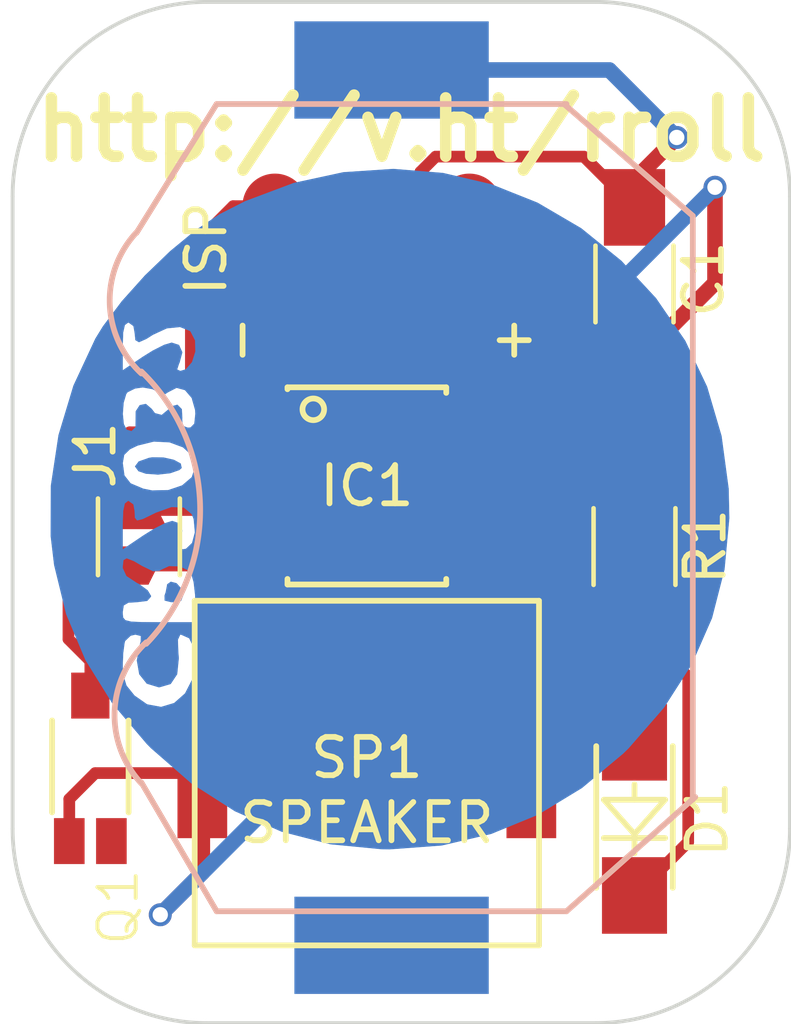
<source format=kicad_pcb>
(kicad_pcb (version 4) (host pcbnew 4.0.7)

  (general
    (links 20)
    (no_connects 1)
    (area 206.578999 86.817999 226.999001 113.588001)
    (thickness 1.6)
    (drawings 9)
    (tracks 84)
    (zones 0)
    (modules 10)
    (nets 10)
  )

  (page USLetter)
  (layers
    (0 F.Cu signal)
    (31 B.Cu signal)
    (32 B.Adhes user)
    (33 F.Adhes user)
    (34 B.Paste user hide)
    (35 F.Paste user hide)
    (36 B.SilkS user)
    (37 F.SilkS user)
    (38 B.Mask user)
    (39 F.Mask user)
    (40 Dwgs.User user)
    (41 Cmts.User user)
    (42 Eco1.User user)
    (43 Eco2.User user)
    (44 Edge.Cuts user)
    (45 Margin user)
    (46 B.CrtYd user)
    (47 F.CrtYd user)
    (48 B.Fab user)
    (49 F.Fab user)
  )

  (setup
    (last_trace_width 0.4064)
    (user_trace_width 0.254)
    (user_trace_width 0.3048)
    (user_trace_width 0.4064)
    (user_trace_width 0.6096)
    (trace_clearance 0.2)
    (zone_clearance 0.508)
    (zone_45_only no)
    (trace_min 0.2)
    (segment_width 0.2)
    (edge_width 0.1)
    (via_size 0.6)
    (via_drill 0.4)
    (via_min_size 0.4)
    (via_min_drill 0.3)
    (uvia_size 0.3)
    (uvia_drill 0.1)
    (uvias_allowed no)
    (uvia_min_size 0.2)
    (uvia_min_drill 0.1)
    (pcb_text_width 0.3)
    (pcb_text_size 1.27 1.27)
    (mod_edge_width 0.15)
    (mod_text_size 1.016 1.016)
    (mod_text_width 0.127)
    (pad_size 2 2)
    (pad_drill 1.00076)
    (pad_to_mask_clearance 0)
    (aux_axis_origin 111.76 109.855)
    (grid_origin 0.889 0.508)
    (visible_elements 7FFF7FFF)
    (pcbplotparams
      (layerselection 0x010f0_80000001)
      (usegerberextensions true)
      (excludeedgelayer true)
      (linewidth 0.100000)
      (plotframeref false)
      (viasonmask false)
      (mode 1)
      (useauxorigin false)
      (hpglpennumber 1)
      (hpglpenspeed 20)
      (hpglpendiameter 15)
      (hpglpenoverlay 2)
      (psnegative false)
      (psa4output false)
      (plotreference true)
      (plotvalue true)
      (plotinvisibletext false)
      (padsonsilk false)
      (subtractmaskfromsilk false)
      (outputformat 1)
      (mirror false)
      (drillshape 0)
      (scaleselection 1)
      (outputdirectory gerbers/))
  )

  (net 0 "")
  (net 1 GND)
  (net 2 +BATT)
  (net 3 "Net-(IC1-Pad2)")
  (net 4 "Net-(CON1-Pad5)")
  (net 5 "Net-(CON1-Pad4)")
  (net 6 "Net-(CON1-Pad1)")
  (net 7 "Net-(CON1-Pad3)")
  (net 8 "Net-(D1-Pad1)")
  (net 9 "Net-(IC1-Pad3)")

  (net_class Default "This is the default net class."
    (clearance 0.2)
    (trace_width 0.25)
    (via_dia 0.6)
    (via_drill 0.4)
    (uvia_dia 0.3)
    (uvia_drill 0.1)
    (add_net +BATT)
    (add_net GND)
    (add_net "Net-(CON1-Pad1)")
    (add_net "Net-(CON1-Pad3)")
    (add_net "Net-(CON1-Pad4)")
    (add_net "Net-(CON1-Pad5)")
    (add_net "Net-(D1-Pad1)")
    (add_net "Net-(IC1-Pad2)")
    (add_net "Net-(IC1-Pad3)")
  )

  (module myFootPrints:CR2032 (layer B.Cu) (tedit 5A7D35AF) (tstamp 5A7D316B)
    (at 216.489 100.108 90)
    (fp_text reference G*** (at 0 0 90) (layer B.SilkS) hide
      (effects (font (thickness 0.3)) (justify mirror))
    )
    (fp_text value LOGO (at 0.75 0 90) (layer B.SilkS) hide
      (effects (font (thickness 0.3)) (justify mirror))
    )
    (fp_poly (pts (xy 0.529166 8.85382) (xy 1.902863 8.668668) (xy 3.189751 8.290481) (xy 4.389287 7.719517)
      (xy 5.500925 6.956031) (xy 6.475379 6.052302) (xy 7.325326 5.003216) (xy 7.992626 3.863128)
      (xy 8.474981 2.651835) (xy 8.770094 1.389133) (xy 8.875666 0.094819) (xy 8.789403 -1.21131)
      (xy 8.509005 -2.509456) (xy 8.032176 -3.779824) (xy 7.693492 -4.445) (xy 7.280236 -5.06961)
      (xy 6.729544 -5.738337) (xy 6.092852 -6.399745) (xy 5.421595 -7.002396) (xy 4.76721 -7.494857)
      (xy 4.445 -7.693492) (xy 3.216806 -8.266893) (xy 1.926009 -8.656477) (xy 0.604921 -8.856352)
      (xy -0.714143 -8.860622) (xy -1.46432 -8.771353) (xy -2.748351 -8.456619) (xy -3.949489 -7.951323)
      (xy -5.075532 -7.25134) (xy -6.134279 -6.352546) (xy -6.244167 -6.244166) (xy -6.475204 -5.978728)
      (xy -5.175279 -5.978728) (xy -5.107571 -6.345006) (xy -4.876475 -6.675641) (xy -4.614935 -6.886051)
      (xy -4.32907 -6.973364) (xy -4.091381 -6.985) (xy -3.761701 -6.971203) (xy -3.504265 -6.936604)
      (xy -3.44824 -6.92076) (xy -3.308629 -6.773847) (xy -3.280834 -6.649045) (xy -3.316879 -6.504657)
      (xy -3.463358 -6.506603) (xy -3.518959 -6.524675) (xy -3.958635 -6.609239) (xy -4.317933 -6.546262)
      (xy -4.562129 -6.35105) (xy -4.656499 -6.038904) (xy -4.656667 -6.023264) (xy -4.570976 -5.729661)
      (xy -4.316968 -5.560607) (xy -3.899244 -5.518577) (xy -3.741587 -5.531232) (xy -3.41795 -5.542901)
      (xy -3.285239 -5.481924) (xy -3.280834 -5.458583) (xy -3.376041 -5.242161) (xy -3.642846 -5.111708)
      (xy -3.942256 -5.08) (xy -2.963334 -5.08) (xy -2.963334 -6.0325) (xy -2.961227 -6.483396)
      (xy -2.947364 -6.763358) (xy -2.91043 -6.913117) (xy -2.839111 -6.973405) (xy -2.722092 -6.984953)
      (xy -2.69875 -6.985) (xy -2.519824 -6.957324) (xy -2.446574 -6.832785) (xy -2.434167 -6.614583)
      (xy -2.400378 -6.341818) (xy -2.291588 -6.245154) (xy -2.273705 -6.244166) (xy -2.128686 -6.331673)
      (xy -1.970651 -6.548573) (xy -1.936603 -6.614583) (xy -1.757234 -6.887506) (xy -1.548427 -6.983668)
      (xy -1.514982 -6.985) (xy -1.063957 -6.985) (xy -0.426146 -6.985) (xy -0.056506 -6.972903)
      (xy 0.14235 -6.93) (xy 0.210271 -6.846373) (xy 0.211666 -6.82625) (xy 0.119665 -6.698571)
      (xy -0.052917 -6.6675) (xy -0.229629 -6.659108) (xy -0.297803 -6.603873) (xy -0.261116 -6.456703)
      (xy -0.142639 -6.212476) (xy 0.477678 -6.212476) (xy 0.525814 -6.448392) (xy 0.66459 -6.776342)
      (xy 0.872447 -6.93924) (xy 1.196025 -6.983379) (xy 1.411645 -6.945626) (xy 1.559933 -6.792837)
      (xy 1.581063 -6.749003) (xy 2.027688 -6.749003) (xy 2.06375 -6.879166) (xy 2.214553 -6.955707)
      (xy 2.480732 -6.982151) (xy 2.772488 -6.96043) (xy 3.000026 -6.892475) (xy 3.048 -6.858)
      (xy 3.145794 -6.660098) (xy 3.175 -6.455833) (xy 3.128797 -6.197741) (xy 3.048 -6.053666)
      (xy 2.975493 -5.909649) (xy 3.048 -5.799666) (xy 3.164186 -5.573416) (xy 3.13732 -5.475306)
      (xy 3.598333 -5.475306) (xy 3.638892 -5.562149) (xy 3.792566 -5.512406) (xy 3.818269 -5.498907)
      (xy 4.088777 -5.426417) (xy 4.278294 -5.511678) (xy 4.339166 -5.701043) (xy 4.282309 -5.894964)
      (xy 4.134966 -6.188075) (xy 3.975906 -6.445198) (xy 3.612647 -6.985) (xy 4.24049 -6.985)
      (xy 4.606846 -6.97256) (xy 4.802523 -6.928518) (xy 4.867413 -6.842786) (xy 4.868333 -6.82625)
      (xy 4.776332 -6.698571) (xy 4.60375 -6.6675) (xy 4.40812 -6.64607) (xy 4.355891 -6.556556)
      (xy 4.44286 -6.361119) (xy 4.550833 -6.19125) (xy 4.717492 -5.829442) (xy 4.752629 -5.484523)
      (xy 4.650518 -5.223068) (xy 4.635499 -5.206999) (xy 4.399589 -5.086128) (xy 4.107433 -5.078958)
      (xy 3.830691 -5.166954) (xy 3.64102 -5.331577) (xy 3.598333 -5.475306) (xy 3.13732 -5.475306)
      (xy 3.103544 -5.351965) (xy 2.897911 -5.175618) (xy 2.579125 -5.084681) (xy 2.479523 -5.08)
      (xy 2.224608 -5.106651) (xy 2.124817 -5.205403) (xy 2.116666 -5.27699) (xy 2.166606 -5.419176)
      (xy 2.349542 -5.429298) (xy 2.368844 -5.425774) (xy 2.60296 -5.439404) (xy 2.717374 -5.551861)
      (xy 2.674298 -5.70913) (xy 2.609085 -5.769181) (xy 2.449488 -5.961509) (xy 2.49754 -6.141002)
      (xy 2.609267 -6.225806) (xy 2.738823 -6.376379) (xy 2.706165 -6.535463) (xy 2.547586 -6.638091)
      (xy 2.377407 -6.640862) (xy 2.132137 -6.643492) (xy 2.027688 -6.749003) (xy 1.581063 -6.749003)
      (xy 1.656188 -6.59316) (xy 1.76144 -6.166758) (xy 1.740146 -5.754071) (xy 1.609668 -5.403309)
      (xy 1.387367 -5.162685) (xy 1.11125 -5.08) (xy 0.824949 -5.174719) (xy 0.610264 -5.426957)
      (xy 0.48768 -5.788835) (xy 0.477678 -6.212476) (xy -0.142639 -6.212476) (xy -0.123248 -6.172506)
      (xy -0.097435 -6.121869) (xy 0.052257 -5.70575) (xy 0.038469 -5.38306) (xy -0.135298 -5.17451)
      (xy -0.266196 -5.123055) (xy -0.61414 -5.091501) (xy -0.892669 -5.166099) (xy -1.045177 -5.326829)
      (xy -1.058334 -5.403239) (xy -1.031735 -5.549179) (xy -0.91293 -5.536367) (xy -0.838397 -5.498907)
      (xy -0.570438 -5.426829) (xy -0.379485 -5.50678) (xy -0.3175 -5.686632) (xy -0.374158 -5.871061)
      (xy -0.521387 -6.158521) (xy -0.690729 -6.430787) (xy -1.063957 -6.985) (xy -1.514982 -6.985)
      (xy -1.336362 -6.964922) (xy -1.285966 -6.878521) (xy -1.361827 -6.686545) (xy -1.4891 -6.468162)
      (xy -1.624568 -6.18825) (xy -1.613142 -6.019805) (xy -1.594538 -5.997203) (xy -1.48965 -5.769405)
      (xy -1.498973 -5.486214) (xy -1.610833 -5.250286) (xy -1.686376 -5.189556) (xy -1.910482 -5.125032)
      (xy -2.246813 -5.085665) (xy -2.42721 -5.08) (xy -2.963334 -5.08) (xy -3.942256 -5.08)
      (xy -4.436955 -5.152881) (xy -4.820403 -5.349244) (xy -5.073034 -5.635667) (xy -5.175279 -5.978728)
      (xy -6.475204 -5.978728) (xy -7.167243 -5.183646) (xy -7.894615 -4.04542) (xy -8.424655 -2.833331)
      (xy -8.755735 -1.551224) (xy -8.886228 -0.202944) (xy -8.888402 0) (xy -8.787446 1.357657)
      (xy -8.485663 2.649703) (xy -7.984683 3.872294) (xy -7.286131 5.021587) (xy -6.391638 6.093737)
      (xy -6.244167 6.244167) (xy -5.184393 7.16806) (xy -4.052135 7.893562) (xy -2.849561 8.419839)
      (xy -1.578839 8.746055) (xy -0.242137 8.871374) (xy 0.529166 8.85382)) (layer B.Cu) (width 0.01))
    (fp_poly (pts (xy -2.072406 -5.461739) (xy -1.944793 -5.57438) (xy -1.905203 -5.723596) (xy -1.971712 -5.816965)
      (xy -2.002178 -5.820833) (xy -2.17954 -5.855743) (xy -2.266761 -5.885072) (xy -2.392527 -5.881477)
      (xy -2.433633 -5.712048) (xy -2.434167 -5.673406) (xy -2.399641 -5.457224) (xy -2.267177 -5.405672)
      (xy -2.072406 -5.461739)) (layer B.Cu) (width 0.01))
    (fp_poly (pts (xy 1.182838 -5.467806) (xy 1.278343 -5.643354) (xy 1.338216 -5.908497) (xy 1.343637 -6.202206)
      (xy 1.331418 -6.288984) (xy 1.235698 -6.56246) (xy 1.108309 -6.657847) (xy 0.986364 -6.567225)
      (xy 0.921591 -6.376458) (xy 0.898484 -6.057888) (xy 0.934589 -5.738679) (xy 1.016466 -5.503088)
      (xy 1.070519 -5.442884) (xy 1.182838 -5.467806)) (layer B.Cu) (width 0.01))
    (fp_poly (pts (xy 0.529166 8.85382) (xy 1.902863 8.668668) (xy 3.189751 8.290481) (xy 4.389287 7.719517)
      (xy 5.500925 6.956031) (xy 6.475379 6.052302) (xy 7.325326 5.003216) (xy 7.992626 3.863128)
      (xy 8.474981 2.651835) (xy 8.770094 1.389133) (xy 8.875666 0.094819) (xy 8.789403 -1.21131)
      (xy 8.509005 -2.509456) (xy 8.032176 -3.779824) (xy 7.693492 -4.445) (xy 7.280236 -5.06961)
      (xy 6.729544 -5.738337) (xy 6.092852 -6.399745) (xy 5.421595 -7.002396) (xy 4.76721 -7.494857)
      (xy 4.445 -7.693492) (xy 3.216806 -8.266893) (xy 1.926009 -8.656477) (xy 0.604921 -8.856352)
      (xy -0.714143 -8.860622) (xy -1.46432 -8.771353) (xy -2.748351 -8.456619) (xy -3.949489 -7.951323)
      (xy -5.075532 -7.25134) (xy -6.134279 -6.352546) (xy -6.244167 -6.244166) (xy -6.475204 -5.978728)
      (xy -5.175279 -5.978728) (xy -5.107571 -6.345006) (xy -4.876475 -6.675641) (xy -4.614935 -6.886051)
      (xy -4.32907 -6.973364) (xy -4.091381 -6.985) (xy -3.761701 -6.971203) (xy -3.504265 -6.936604)
      (xy -3.44824 -6.92076) (xy -3.308629 -6.773847) (xy -3.280834 -6.649045) (xy -3.316879 -6.504657)
      (xy -3.463358 -6.506603) (xy -3.518959 -6.524675) (xy -3.958635 -6.609239) (xy -4.317933 -6.546262)
      (xy -4.562129 -6.35105) (xy -4.656499 -6.038904) (xy -4.656667 -6.023264) (xy -4.570976 -5.729661)
      (xy -4.316968 -5.560607) (xy -3.899244 -5.518577) (xy -3.741587 -5.531232) (xy -3.41795 -5.542901)
      (xy -3.285239 -5.481924) (xy -3.280834 -5.458583) (xy -3.376041 -5.242161) (xy -3.642846 -5.111708)
      (xy -3.942256 -5.08) (xy -2.963334 -5.08) (xy -2.963334 -6.0325) (xy -2.961227 -6.483396)
      (xy -2.947364 -6.763358) (xy -2.91043 -6.913117) (xy -2.839111 -6.973405) (xy -2.722092 -6.984953)
      (xy -2.69875 -6.985) (xy -2.519824 -6.957324) (xy -2.446574 -6.832785) (xy -2.434167 -6.614583)
      (xy -2.400378 -6.341818) (xy -2.291588 -6.245154) (xy -2.273705 -6.244166) (xy -2.128686 -6.331673)
      (xy -1.970651 -6.548573) (xy -1.936603 -6.614583) (xy -1.757234 -6.887506) (xy -1.548427 -6.983668)
      (xy -1.514982 -6.985) (xy -1.063957 -6.985) (xy -0.426146 -6.985) (xy -0.056506 -6.972903)
      (xy 0.14235 -6.93) (xy 0.210271 -6.846373) (xy 0.211666 -6.82625) (xy 0.119665 -6.698571)
      (xy -0.052917 -6.6675) (xy -0.229629 -6.659108) (xy -0.297803 -6.603873) (xy -0.261116 -6.456703)
      (xy -0.142639 -6.212476) (xy 0.477678 -6.212476) (xy 0.525814 -6.448392) (xy 0.66459 -6.776342)
      (xy 0.872447 -6.93924) (xy 1.196025 -6.983379) (xy 1.411645 -6.945626) (xy 1.559933 -6.792837)
      (xy 1.581063 -6.749003) (xy 2.027688 -6.749003) (xy 2.06375 -6.879166) (xy 2.214553 -6.955707)
      (xy 2.480732 -6.982151) (xy 2.772488 -6.96043) (xy 3.000026 -6.892475) (xy 3.048 -6.858)
      (xy 3.145794 -6.660098) (xy 3.175 -6.455833) (xy 3.128797 -6.197741) (xy 3.048 -6.053666)
      (xy 2.975493 -5.909649) (xy 3.048 -5.799666) (xy 3.164186 -5.573416) (xy 3.13732 -5.475306)
      (xy 3.598333 -5.475306) (xy 3.638892 -5.562149) (xy 3.792566 -5.512406) (xy 3.818269 -5.498907)
      (xy 4.088777 -5.426417) (xy 4.278294 -5.511678) (xy 4.339166 -5.701043) (xy 4.282309 -5.894964)
      (xy 4.134966 -6.188075) (xy 3.975906 -6.445198) (xy 3.612647 -6.985) (xy 4.24049 -6.985)
      (xy 4.606846 -6.97256) (xy 4.802523 -6.928518) (xy 4.867413 -6.842786) (xy 4.868333 -6.82625)
      (xy 4.776332 -6.698571) (xy 4.60375 -6.6675) (xy 4.40812 -6.64607) (xy 4.355891 -6.556556)
      (xy 4.44286 -6.361119) (xy 4.550833 -6.19125) (xy 4.717492 -5.829442) (xy 4.752629 -5.484523)
      (xy 4.650518 -5.223068) (xy 4.635499 -5.206999) (xy 4.399589 -5.086128) (xy 4.107433 -5.078958)
      (xy 3.830691 -5.166954) (xy 3.64102 -5.331577) (xy 3.598333 -5.475306) (xy 3.13732 -5.475306)
      (xy 3.103544 -5.351965) (xy 2.897911 -5.175618) (xy 2.579125 -5.084681) (xy 2.479523 -5.08)
      (xy 2.224608 -5.106651) (xy 2.124817 -5.205403) (xy 2.116666 -5.27699) (xy 2.166606 -5.419176)
      (xy 2.349542 -5.429298) (xy 2.368844 -5.425774) (xy 2.60296 -5.439404) (xy 2.717374 -5.551861)
      (xy 2.674298 -5.70913) (xy 2.609085 -5.769181) (xy 2.449488 -5.961509) (xy 2.49754 -6.141002)
      (xy 2.609267 -6.225806) (xy 2.738823 -6.376379) (xy 2.706165 -6.535463) (xy 2.547586 -6.638091)
      (xy 2.377407 -6.640862) (xy 2.132137 -6.643492) (xy 2.027688 -6.749003) (xy 1.581063 -6.749003)
      (xy 1.656188 -6.59316) (xy 1.76144 -6.166758) (xy 1.740146 -5.754071) (xy 1.609668 -5.403309)
      (xy 1.387367 -5.162685) (xy 1.11125 -5.08) (xy 0.824949 -5.174719) (xy 0.610264 -5.426957)
      (xy 0.48768 -5.788835) (xy 0.477678 -6.212476) (xy -0.142639 -6.212476) (xy -0.123248 -6.172506)
      (xy -0.097435 -6.121869) (xy 0.052257 -5.70575) (xy 0.038469 -5.38306) (xy -0.135298 -5.17451)
      (xy -0.266196 -5.123055) (xy -0.61414 -5.091501) (xy -0.892669 -5.166099) (xy -1.045177 -5.326829)
      (xy -1.058334 -5.403239) (xy -1.031735 -5.549179) (xy -0.91293 -5.536367) (xy -0.838397 -5.498907)
      (xy -0.570438 -5.426829) (xy -0.379485 -5.50678) (xy -0.3175 -5.686632) (xy -0.374158 -5.871061)
      (xy -0.521387 -6.158521) (xy -0.690729 -6.430787) (xy -1.063957 -6.985) (xy -1.514982 -6.985)
      (xy -1.336362 -6.964922) (xy -1.285966 -6.878521) (xy -1.361827 -6.686545) (xy -1.4891 -6.468162)
      (xy -1.624568 -6.18825) (xy -1.613142 -6.019805) (xy -1.594538 -5.997203) (xy -1.48965 -5.769405)
      (xy -1.498973 -5.486214) (xy -1.610833 -5.250286) (xy -1.686376 -5.189556) (xy -1.910482 -5.125032)
      (xy -2.246813 -5.085665) (xy -2.42721 -5.08) (xy -2.963334 -5.08) (xy -3.942256 -5.08)
      (xy -4.436955 -5.152881) (xy -4.820403 -5.349244) (xy -5.073034 -5.635667) (xy -5.175279 -5.978728)
      (xy -6.475204 -5.978728) (xy -7.167243 -5.183646) (xy -7.894615 -4.04542) (xy -8.424655 -2.833331)
      (xy -8.755735 -1.551224) (xy -8.886228 -0.202944) (xy -8.888402 0) (xy -8.787446 1.357657)
      (xy -8.485663 2.649703) (xy -7.984683 3.872294) (xy -7.286131 5.021587) (xy -6.391638 6.093737)
      (xy -6.244167 6.244167) (xy -5.184393 7.16806) (xy -4.052135 7.893562) (xy -2.849561 8.419839)
      (xy -1.578839 8.746055) (xy -0.242137 8.871374) (xy 0.529166 8.85382)) (layer B.Mask) (width 0.01))
    (fp_poly (pts (xy -2.072406 -5.461739) (xy -1.944793 -5.57438) (xy -1.905203 -5.723596) (xy -1.971712 -5.816965)
      (xy -2.002178 -5.820833) (xy -2.17954 -5.855743) (xy -2.266761 -5.885072) (xy -2.392527 -5.881477)
      (xy -2.433633 -5.712048) (xy -2.434167 -5.673406) (xy -2.399641 -5.457224) (xy -2.267177 -5.405672)
      (xy -2.072406 -5.461739)) (layer B.Mask) (width 0.01))
    (fp_poly (pts (xy 1.182838 -5.467806) (xy 1.278343 -5.643354) (xy 1.338216 -5.908497) (xy 1.343637 -6.202206)
      (xy 1.331418 -6.288984) (xy 1.235698 -6.56246) (xy 1.108309 -6.657847) (xy 0.986364 -6.567225)
      (xy 0.921591 -6.376458) (xy 0.898484 -6.057888) (xy 0.934589 -5.738679) (xy 1.016466 -5.503088)
      (xy 1.070519 -5.442884) (xy 1.182838 -5.467806)) (layer B.Mask) (width 0.01))
    (pad 3 smd circle (at 0 0 90) (size 17.78 17.78) (layers B.Paste B.Mask))
  )

  (module Pin_Headers:Pin_Header_Straight_2x03_Pitch2.54mm (layer F.Cu) (tedit 5A7D434F) (tstamp 5A7BED43)
    (at 218.567 92.202 270)
    (descr "Through hole straight pin header, 2x03, 2.54mm pitch, double rows")
    (tags "Through hole pin header THT 2x03 2.54mm double row")
    (path /561A9A26)
    (fp_text reference CON1 (at 1.2 2.5 360) (layer F.SilkS) hide
      (effects (font (size 1 1) (thickness 0.15)))
    )
    (fp_text value ISP (at 1.106 6.878 270) (layer F.SilkS)
      (effects (font (size 1 1) (thickness 0.15)))
    )
    (fp_text user - (at 3.5 6 270) (layer F.SilkS)
      (effects (font (size 1 1) (thickness 0.15)))
    )
    (fp_text user + (at 3.5 -1.1 270) (layer F.SilkS)
      (effects (font (size 1 1) (thickness 0.15)))
    )
    (fp_line (start 0 -1.27) (end 3.81 -1.27) (layer F.Fab) (width 0.1))
    (fp_line (start 3.81 -1.27) (end 3.81 6.35) (layer F.Fab) (width 0.1))
    (fp_line (start 3.81 6.35) (end -1.27 6.35) (layer F.Fab) (width 0.1))
    (fp_line (start -1.27 6.35) (end -1.27 0) (layer F.Fab) (width 0.1))
    (fp_line (start -1.27 0) (end 0 -1.27) (layer F.Fab) (width 0.1))
    (fp_line (start -1.8 -1.8) (end -1.8 6.85) (layer F.CrtYd) (width 0.05))
    (fp_line (start -1.8 6.85) (end 4.35 6.85) (layer F.CrtYd) (width 0.05))
    (fp_line (start 4.35 6.85) (end 4.35 -1.8) (layer F.CrtYd) (width 0.05))
    (fp_line (start 4.35 -1.8) (end -1.8 -1.8) (layer F.CrtYd) (width 0.05))
    (fp_text user %R (at 1.27 2.54 360) (layer F.Fab)
      (effects (font (size 1 1) (thickness 0.15)))
    )
    (pad 1 smd circle (at 0 0 270) (size 1.7 1.7) (layers F.Cu F.Paste F.Mask)
      (net 6 "Net-(CON1-Pad1)"))
    (pad 2 smd oval (at 2.54 0 270) (size 1.7 1.7) (layers F.Cu F.Paste F.Mask)
      (net 2 +BATT))
    (pad 3 smd oval (at 0 2.54 270) (size 1.7 1.7) (layers F.Cu F.Paste F.Mask)
      (net 7 "Net-(CON1-Pad3)"))
    (pad 4 smd oval (at 2.54 2.54 270) (size 1.7 1.7) (layers F.Cu F.Paste F.Mask)
      (net 5 "Net-(CON1-Pad4)"))
    (pad 5 smd oval (at 0 5.08 270) (size 1.7 1.7) (layers F.Cu F.Paste F.Mask)
      (net 4 "Net-(CON1-Pad5)"))
    (pad 6 smd oval (at 2.54 5.08 270) (size 1.7 1.7) (layers F.Cu F.Paste F.Mask)
      (net 1 GND))
    (model ${KISYS3DMOD}/Pin_Headers.3dshapes/Pin_Header_Straight_2x03_Pitch2.54mm.wrl
      (at (xyz 0 0 0))
      (scale (xyz 1 1 1))
      (rotate (xyz 0 0 0))
    )
  )

  (module LEDs:LED_1206_HandSoldering (layer F.Cu) (tedit 5A7D4160) (tstamp 5A7BDEA9)
    (at 222.885 108.204 90)
    (descr "LED SMD 1206, hand soldering")
    (tags "LED 1206")
    (path /561BE7BF)
    (attr smd)
    (fp_text reference D1 (at -0.004 1.904 90) (layer F.SilkS)
      (effects (font (size 1 1) (thickness 0.15)))
    )
    (fp_text value LED (at 0 1.9 90) (layer F.Fab)
      (effects (font (size 1 1) (thickness 0.15)))
    )
    (fp_line (start -1.8 1) (end 1.9 1) (layer F.SilkS) (width 0.15))
    (fp_line (start -1.8 -1) (end 1.9 -1) (layer F.SilkS) (width 0.15))
    (fp_line (start 0.5 0) (end 0.9 0) (layer F.SilkS) (width 0.15))
    (fp_line (start -0.9 0) (end -0.4 0) (layer F.SilkS) (width 0.15))
    (fp_line (start -0.5 -0.8) (end -0.5 0.8) (layer F.SilkS) (width 0.15))
    (fp_line (start 0.5 -0.8) (end 0.5 0.8) (layer F.SilkS) (width 0.15))
    (fp_line (start 0.5 0.8) (end -0.4 0) (layer F.SilkS) (width 0.15))
    (fp_line (start -0.4 0) (end 0.5 -0.8) (layer F.SilkS) (width 0.15))
    (fp_line (start -1.6 0.8) (end -1.6 -0.8) (layer F.Fab) (width 0.1))
    (fp_line (start 1.6 0.8) (end -1.6 0.8) (layer F.Fab) (width 0.1))
    (fp_line (start 1.6 -0.8) (end 1.6 0.8) (layer F.Fab) (width 0.1))
    (fp_line (start -1.6 -0.8) (end 1.6 -0.8) (layer F.Fab) (width 0.1))
    (fp_line (start -3.25 -1.11) (end 3.25 -1.11) (layer F.CrtYd) (width 0.05))
    (fp_line (start -3.25 -1.11) (end -3.25 1.1) (layer F.CrtYd) (width 0.05))
    (fp_line (start 3.25 1.1) (end 3.25 -1.11) (layer F.CrtYd) (width 0.05))
    (fp_line (start 3.25 1.1) (end -3.25 1.1) (layer F.CrtYd) (width 0.05))
    (pad 1 smd rect (at -2 0 90) (size 2 1.7) (layers F.Cu F.Paste F.Mask)
      (net 8 "Net-(D1-Pad1)"))
    (pad 2 smd rect (at 2 0 90) (size 2 1.7) (layers F.Cu F.Paste F.Mask)
      (net 6 "Net-(CON1-Pad1)"))
    (model ${KISYS3DMOD}/LEDs.3dshapes/LED_1206.wrl
      (at (xyz 0 0 0))
      (scale (xyz 1 1 1))
      (rotate (xyz 0 0 180))
    )
  )

  (module Resistors_SMD:R_1206_HandSoldering (layer F.Cu) (tedit 5A7D416C) (tstamp 5A7D01AA)
    (at 209.931 100.838 90)
    (descr "Resistor SMD 1206, hand soldering")
    (tags "resistor 1206")
    (path /5A7D01B3)
    (attr smd)
    (fp_text reference J1 (at 2.13 -1.142 270) (layer F.SilkS)
      (effects (font (size 1 1) (thickness 0.15)))
    )
    (fp_text value JMP (at 0 1.9 90) (layer F.Fab)
      (effects (font (size 1 1) (thickness 0.15)))
    )
    (fp_text user %R (at 0 0 90) (layer F.Fab)
      (effects (font (size 0.7 0.7) (thickness 0.105)))
    )
    (fp_line (start -1.6 0.8) (end -1.6 -0.8) (layer F.Fab) (width 0.1))
    (fp_line (start 1.6 0.8) (end -1.6 0.8) (layer F.Fab) (width 0.1))
    (fp_line (start 1.6 -0.8) (end 1.6 0.8) (layer F.Fab) (width 0.1))
    (fp_line (start -1.6 -0.8) (end 1.6 -0.8) (layer F.Fab) (width 0.1))
    (fp_line (start 1 1.07) (end -1 1.07) (layer F.SilkS) (width 0.12))
    (fp_line (start -1 -1.07) (end 1 -1.07) (layer F.SilkS) (width 0.12))
    (fp_line (start -3.25 -1.11) (end 3.25 -1.11) (layer F.CrtYd) (width 0.05))
    (fp_line (start -3.25 -1.11) (end -3.25 1.1) (layer F.CrtYd) (width 0.05))
    (fp_line (start 3.25 1.1) (end 3.25 -1.11) (layer F.CrtYd) (width 0.05))
    (fp_line (start 3.25 1.1) (end -3.25 1.1) (layer F.CrtYd) (width 0.05))
    (pad 1 smd trapezoid (at -0.75 0 180) (size 1 1) (rect_delta 0 0.5 ) (layers F.Cu F.Paste F.Mask)
      (net 1 GND))
    (pad 2 smd trapezoid (at 0.7 0) (size 1 1) (rect_delta 0 0.5 ) (layers F.Cu F.Paste F.Mask)
      (net 9 "Net-(IC1-Pad3)"))
    (model ${KISYS3DMOD}/Resistors_SMD.3dshapes/R_1206.wrl
      (at (xyz 0 0 0))
      (scale (xyz 1 1 1))
      (rotate (xyz 0 0 0))
    )
  )

  (module Resistors_SMD:R_1206_HandSoldering (layer F.Cu) (tedit 58E0A804) (tstamp 5A7BDEC7)
    (at 222.885 101.092 270)
    (descr "Resistor SMD 1206, hand soldering")
    (tags "resistor 1206")
    (path /561BE85C)
    (attr smd)
    (fp_text reference R1 (at 0 -1.85 270) (layer F.SilkS)
      (effects (font (size 1 1) (thickness 0.15)))
    )
    (fp_text value 330 (at 0 1.9 270) (layer F.Fab)
      (effects (font (size 1 1) (thickness 0.15)))
    )
    (fp_text user %R (at 0 0 270) (layer F.Fab)
      (effects (font (size 0.7 0.7) (thickness 0.105)))
    )
    (fp_line (start -1.6 0.8) (end -1.6 -0.8) (layer F.Fab) (width 0.1))
    (fp_line (start 1.6 0.8) (end -1.6 0.8) (layer F.Fab) (width 0.1))
    (fp_line (start 1.6 -0.8) (end 1.6 0.8) (layer F.Fab) (width 0.1))
    (fp_line (start -1.6 -0.8) (end 1.6 -0.8) (layer F.Fab) (width 0.1))
    (fp_line (start 1 1.07) (end -1 1.07) (layer F.SilkS) (width 0.12))
    (fp_line (start -1 -1.07) (end 1 -1.07) (layer F.SilkS) (width 0.12))
    (fp_line (start -3.25 -1.11) (end 3.25 -1.11) (layer F.CrtYd) (width 0.05))
    (fp_line (start -3.25 -1.11) (end -3.25 1.1) (layer F.CrtYd) (width 0.05))
    (fp_line (start 3.25 1.1) (end 3.25 -1.11) (layer F.CrtYd) (width 0.05))
    (fp_line (start 3.25 1.1) (end -3.25 1.1) (layer F.CrtYd) (width 0.05))
    (pad 1 smd rect (at -2 0 270) (size 2 1.7) (layers F.Cu F.Paste F.Mask)
      (net 1 GND))
    (pad 2 smd rect (at 2 0 270) (size 2 1.7) (layers F.Cu F.Paste F.Mask)
      (net 8 "Net-(D1-Pad1)"))
    (model ${KISYS3DMOD}/Resistors_SMD.3dshapes/R_1206.wrl
      (at (xyz 0 0 0))
      (scale (xyz 1 1 1))
      (rotate (xyz 0 0 0))
    )
  )

  (module footprints:BATT_CR2032_SMD locked (layer B.Cu) (tedit 5A7D2CD7) (tstamp 5A83A7E3)
    (at 216.535 100.076 90)
    (tags battery)
    (path /553F9619)
    (fp_text reference BT1 (at 0 -5.08 90) (layer B.SilkS) hide
      (effects (font (size 1.72974 1.08712) (thickness 0.27178)) (justify mirror))
    )
    (fp_text value Battery (at 0 2.54 90) (layer B.SilkS) hide
      (effects (font (size 1.524 1.016) (thickness 0.254)) (justify mirror))
    )
    (fp_line (start -7.1755 -6.5405) (end -10.541 -4.572) (layer B.SilkS) (width 0.15))
    (fp_line (start 7.1755 -6.6675) (end 10.541 -4.572) (layer B.SilkS) (width 0.15))
    (fp_arc (start -5.4229 -4.6355) (end -3.5179 -6.4135) (angle -90) (layer B.SilkS) (width 0.15))
    (fp_arc (start 5.4102 -4.7625) (end 7.1882 -6.6675) (angle -90) (layer B.SilkS) (width 0.15))
    (fp_arc (start -0.0635 -10.033) (end -3.556 -6.4135) (angle -90) (layer B.SilkS) (width 0.15))
    (fp_line (start 7.62 7.874) (end 10.541 4.5085) (layer B.SilkS) (width 0.15))
    (fp_line (start -10.541 4.572) (end -7.5565 7.9375) (layer B.SilkS) (width 0.15))
    (fp_line (start -7.62 7.874) (end 7.62 7.874) (layer B.SilkS) (width 0.15))
    (fp_line (start -10.541 -4.572) (end -10.541 4.572) (layer B.SilkS) (width 0.15))
    (fp_line (start 10.541 -4.572) (end 10.541 4.572) (layer B.SilkS) (width 0.15))
    (fp_circle (center 0 0) (end -10.16 0) (layer Dwgs.User) (width 0.15))
    (pad 2 smd circle (at 0 0 90) (size 2.54 2.54) (layers B.Cu B.Paste B.Mask)
      (net 1 GND))
    (pad 1 smd rect (at -11.43 0 90) (size 2.54 5.08) (layers B.Cu B.Paste B.Mask)
      (net 2 +BATT))
    (pad 1 smd rect (at 11.43 0 90) (size 2.54 5.08) (layers B.Cu B.Paste B.Mask)
      (net 2 +BATT))
  )

  (module footprints:C_1206_HandSoldering (layer F.Cu) (tedit 5A7D40BE) (tstamp 5A83A7F4)
    (at 222.885 94.234 90)
    (descr "Capacitor SMD 1206, hand soldering")
    (tags "capacitor 1206")
    (path /553FDF53)
    (attr smd)
    (fp_text reference C1 (at 0.126 1.804 90) (layer F.SilkS)
      (effects (font (size 1 1) (thickness 0.15)))
    )
    (fp_text value "0.1 uF" (at 0 2 90) (layer F.Fab)
      (effects (font (size 1 1) (thickness 0.15)))
    )
    (fp_text user %R (at 0.026 0.004 90) (layer F.Fab)
      (effects (font (size 1 1) (thickness 0.15)))
    )
    (fp_line (start -1.6 0.8) (end -1.6 -0.8) (layer F.Fab) (width 0.1))
    (fp_line (start 1.6 0.8) (end -1.6 0.8) (layer F.Fab) (width 0.1))
    (fp_line (start 1.6 -0.8) (end 1.6 0.8) (layer F.Fab) (width 0.1))
    (fp_line (start -1.6 -0.8) (end 1.6 -0.8) (layer F.Fab) (width 0.1))
    (fp_line (start 1 -1.02) (end -1 -1.02) (layer F.SilkS) (width 0.12))
    (fp_line (start -1 1.02) (end 1 1.02) (layer F.SilkS) (width 0.12))
    (fp_line (start -3.25 -1.05) (end 3.25 -1.05) (layer F.CrtYd) (width 0.05))
    (fp_line (start -3.25 -1.05) (end -3.25 1.05) (layer F.CrtYd) (width 0.05))
    (fp_line (start 3.25 1.05) (end 3.25 -1.05) (layer F.CrtYd) (width 0.05))
    (fp_line (start 3.25 1.05) (end -3.25 1.05) (layer F.CrtYd) (width 0.05))
    (pad 1 smd rect (at -2 0 90) (size 2 1.6) (layers F.Cu F.Paste F.Mask)
      (net 1 GND))
    (pad 2 smd rect (at 2 0 90) (size 2 1.6) (layers F.Cu F.Paste F.Mask)
      (net 2 +BATT))
    (model Capacitors_SMD.3dshapes/C_1206.wrl
      (at (xyz 0 0 0))
      (scale (xyz 1 1 1))
      (rotate (xyz 0 0 0))
    )
  )

  (module footprints:SOIC-8_3.9x4.9mm_Pitch1.27mm (layer F.Cu) (tedit 5A7D0AB4) (tstamp 5A83A804)
    (at 215.889 99.508)
    (descr "8-Lead Plastic Small Outline (SN) - Narrow, 3.90 mm Body [SOIC] (see Microchip Packaging Specification 00000049BS.pdf)")
    (tags "SOIC 1.27")
    (path /553EFD0A)
    (attr smd)
    (fp_text reference IC1 (at 0 0) (layer F.SilkS)
      (effects (font (size 1 1) (thickness 0.15)))
    )
    (fp_text value ATTINY85 (at 0 3.5) (layer F.Fab)
      (effects (font (size 1 1) (thickness 0.15)))
    )
    (fp_circle (center -1.4 -2) (end -1.6 -2.2) (layer F.SilkS) (width 0.15))
    (fp_text user %R (at 0 0) (layer F.Fab)
      (effects (font (size 1 1) (thickness 0.15)))
    )
    (fp_line (start -0.95 -2.45) (end 1.95 -2.45) (layer F.Fab) (width 0.1))
    (fp_line (start 1.95 -2.45) (end 1.95 2.45) (layer F.Fab) (width 0.1))
    (fp_line (start 1.95 2.45) (end -1.95 2.45) (layer F.Fab) (width 0.1))
    (fp_line (start -1.95 2.45) (end -1.95 -1.45) (layer F.Fab) (width 0.1))
    (fp_line (start -1.95 -1.45) (end -0.95 -2.45) (layer F.Fab) (width 0.1))
    (fp_line (start -3.73 -2.7) (end -3.73 2.7) (layer F.CrtYd) (width 0.05))
    (fp_line (start 3.73 -2.7) (end 3.73 2.7) (layer F.CrtYd) (width 0.05))
    (fp_line (start -3.73 -2.7) (end 3.73 -2.7) (layer F.CrtYd) (width 0.05))
    (fp_line (start -3.73 2.7) (end 3.73 2.7) (layer F.CrtYd) (width 0.05))
    (fp_line (start -2.075 -2.575) (end -2.075 -2.525) (layer F.SilkS) (width 0.15))
    (fp_line (start 2.075 -2.575) (end 2.075 -2.43) (layer F.SilkS) (width 0.15))
    (fp_line (start 2.075 2.575) (end 2.075 2.43) (layer F.SilkS) (width 0.15))
    (fp_line (start -2.075 2.575) (end -2.075 2.43) (layer F.SilkS) (width 0.15))
    (fp_line (start -2.075 -2.575) (end 2.075 -2.575) (layer F.SilkS) (width 0.15))
    (fp_line (start -2.075 2.575) (end 2.075 2.575) (layer F.SilkS) (width 0.15))
    (pad 1 smd rect (at -2.7 -1.905) (size 1.55 0.6) (layers F.Cu F.Paste F.Mask)
      (net 4 "Net-(CON1-Pad5)"))
    (pad 2 smd rect (at -2.7 -0.635) (size 1.55 0.6) (layers F.Cu F.Paste F.Mask)
      (net 3 "Net-(IC1-Pad2)"))
    (pad 3 smd rect (at -2.7 0.635) (size 1.55 0.6) (layers F.Cu F.Paste F.Mask)
      (net 9 "Net-(IC1-Pad3)"))
    (pad 4 smd rect (at -2.7 1.905) (size 1.55 0.6) (layers F.Cu F.Paste F.Mask)
      (net 1 GND))
    (pad 5 smd rect (at 2.7 1.905) (size 1.55 0.6) (layers F.Cu F.Paste F.Mask)
      (net 5 "Net-(CON1-Pad4)"))
    (pad 6 smd rect (at 2.7 0.635) (size 1.55 0.6) (layers F.Cu F.Paste F.Mask)
      (net 6 "Net-(CON1-Pad1)"))
    (pad 7 smd rect (at 2.7 -0.635) (size 1.55 0.6) (layers F.Cu F.Paste F.Mask)
      (net 7 "Net-(CON1-Pad3)"))
    (pad 8 smd rect (at 2.7 -1.905) (size 1.55 0.6) (layers F.Cu F.Paste F.Mask)
      (net 2 +BATT))
    (model ${KISYS3DMOD}/Housings_SOIC.3dshapes/SOIC-8_3.9x4.9mm_Pitch1.27mm.wrl
      (at (xyz 0 0 0))
      (scale (xyz 1 1 1))
      (rotate (xyz 0 0 0))
    )
  )

  (module footprints:PHOTO_TRANS (layer F.Cu) (tedit 5A7D4145) (tstamp 5A83A820)
    (at 208.661 106.934 90)
    (descr "LED 3mm - Lead pitch 100mil (2,54mm)")
    (tags "LED led 3mm 3MM 100mil 2,54mm")
    (path /553F0F1B)
    (fp_text reference Q1 (at -3.574 0.728 90) (layer F.SilkS)
      (effects (font (size 1 1) (thickness 0.1)))
    )
    (fp_text value LIGHT (at 0.35921 0.35921 180) (layer F.SilkS) hide
      (effects (font (size 0.508 0.508) (thickness 0.127)))
    )
    (fp_line (start -1.1 1) (end 1.3 1) (layer F.SilkS) (width 0.15))
    (fp_line (start -1.1 -1) (end 1.3 -1) (layer F.SilkS) (width 0.15))
    (fp_line (start -1.2 0) (end 1.25 0) (layer F.CrtYd) (width 0.01))
    (fp_line (start -2 -1) (end -2 1) (layer F.CrtYd) (width 0.15))
    (fp_line (start -2 1) (end 2 1) (layer F.CrtYd) (width 0.15))
    (fp_line (start 2 1) (end 2 -1) (layer F.CrtYd) (width 0.15))
    (fp_line (start 2 -1) (end -2 -1) (layer F.CrtYd) (width 0.15))
    (pad 2 smd rect (at -1.85 0.55 90) (size 1.2 0.8) (layers F.Cu F.Paste F.Mask))
    (pad 1 smd rect (at -1.85 -0.55 90) (size 1.2 0.8) (layers F.Cu F.Paste F.Mask)
      (net 1 GND))
    (pad 3 connect rect (at 1.95 0 90) (size 1.2 1) (layers F.Cu F.Mask)
      (net 3 "Net-(IC1-Pad2)"))
    (model discret/leds/led3_vertical_verde.wrl
      (at (xyz 0 0 0))
      (scale (xyz 1 1 1))
      (rotate (xyz 0 0 0))
    )
  )

  (module footprints:PS1240_piezo (layer F.Cu) (tedit 5A7D0A37) (tstamp 5A83A82D)
    (at 215.889 107.008)
    (descr "piezo speaker 12 mm")
    (tags "buzzer speaker piezo")
    (path /561A890F)
    (fp_text reference SP1 (at 0 -0.4) (layer F.SilkS)
      (effects (font (size 1 1) (thickness 0.15)))
    )
    (fp_text value SPEAKER (at 0 1.3) (layer F.SilkS)
      (effects (font (size 1 1) (thickness 0.15)))
    )
    (fp_line (start -4.5 -4.5) (end -4.5 4.5) (layer F.SilkS) (width 0.15))
    (fp_line (start -4.5 4.5) (end 4.5 4.5) (layer F.SilkS) (width 0.15))
    (fp_line (start 4.5 4.5) (end 4.5 -4.5) (layer F.SilkS) (width 0.15))
    (fp_line (start 4.5 -4.5) (end -4.5 -4.5) (layer F.SilkS) (width 0.15))
    (pad 1 smd rect (at -4.3 0) (size 1.3 3.4) (layers F.Cu F.Paste F.Mask)
      (net 1 GND))
    (pad 2 smd rect (at 4.3 0) (size 1.3 3.4) (layers F.Cu F.Paste F.Mask)
      (net 5 "Net-(CON1-Pad4)"))
  )

  (gr_text http://v.ht/rroll (at 216.789 90.208) (layer F.SilkS)
    (effects (font (thickness 0.3)))
  )
  (gr_line (start 211.709 113.538) (end 221.869 113.538) (angle 90) (layer Edge.Cuts) (width 0.1))
  (gr_line (start 206.629 91.948) (end 206.629 108.458) (angle 90) (layer Edge.Cuts) (width 0.1))
  (gr_line (start 221.869 86.868) (end 211.709 86.868) (angle 90) (layer Edge.Cuts) (width 0.1))
  (gr_line (start 226.949 108.458) (end 226.949 91.948) (angle 90) (layer Edge.Cuts) (width 0.1))
  (gr_arc (start 211.709 91.948) (end 206.629 91.948) (angle 90) (layer Edge.Cuts) (width 0.1))
  (gr_arc (start 221.869 91.948) (end 221.869 86.868) (angle 90) (layer Edge.Cuts) (width 0.1))
  (gr_arc (start 211.709 108.458) (end 211.709 113.538) (angle 90) (layer Edge.Cuts) (width 0.1))
  (gr_arc (start 221.869 108.458) (end 226.949 108.458) (angle 90) (layer Edge.Cuts) (width 0.1))

  (segment (start 211.589 107.008) (end 211.589 109.608) (width 0.4064) (layer F.Cu) (net 1))
  (segment (start 216.535 104.662) (end 216.535 100.076) (width 0.4064) (layer B.Cu) (net 1) (tstamp 5A7D3E2D))
  (segment (start 210.489 110.708) (end 216.535 104.662) (width 0.4064) (layer B.Cu) (net 1) (tstamp 5A7D3E2C))
  (via (at 210.489 110.708) (size 0.6) (drill 0.4) (layers F.Cu B.Cu) (net 1))
  (segment (start 211.589 109.608) (end 210.489 110.708) (width 0.4064) (layer F.Cu) (net 1) (tstamp 5A7D3E24))
  (segment (start 222.885 96.234) (end 222.963 96.234) (width 0.4064) (layer F.Cu) (net 1))
  (segment (start 222.963 96.234) (end 224.989 94.208) (width 0.4064) (layer F.Cu) (net 1) (tstamp 5A7D3DEC))
  (segment (start 224.989 91.708) (end 216.621 100.076) (width 0.4064) (layer B.Cu) (net 1) (tstamp 5A7D3DF9))
  (via (at 224.989 91.708) (size 0.6) (drill 0.4) (layers F.Cu B.Cu) (net 1))
  (segment (start 224.989 94.208) (end 224.989 91.708) (width 0.4064) (layer F.Cu) (net 1) (tstamp 5A7D3DF1))
  (segment (start 216.621 100.076) (end 216.535 100.076) (width 0.4064) (layer B.Cu) (net 1) (tstamp 5A7D3DFA))
  (segment (start 222.885 96.234) (end 222.885 99.092) (width 0.3048) (layer F.Cu) (net 1))
  (segment (start 213.487 94.742) (end 213.487 94.61) (width 0.3048) (layer F.Cu) (net 1))
  (segment (start 208.111 108.784) (end 208.111 107.686) (width 0.3048) (layer F.Cu) (net 1))
  (segment (start 208.789 107.008) (end 211.589 107.008) (width 0.3048) (layer F.Cu) (net 1) (tstamp 5A7D36F1))
  (segment (start 208.111 107.686) (end 208.789 107.008) (width 0.3048) (layer F.Cu) (net 1) (tstamp 5A7D36EF))
  (segment (start 213.189 101.413) (end 213.984 101.413) (width 0.3048) (layer F.Cu) (net 1))
  (segment (start 214.889 96.144) (end 213.487 94.742) (width 0.3048) (layer F.Cu) (net 1) (tstamp 5A7D36D2))
  (segment (start 214.889 100.508) (end 214.889 96.144) (width 0.3048) (layer F.Cu) (net 1) (tstamp 5A7D36D1))
  (segment (start 213.984 101.413) (end 214.889 100.508) (width 0.3048) (layer F.Cu) (net 1) (tstamp 5A7D36CF))
  (segment (start 209.931 101.588) (end 213.014 101.588) (width 0.3048) (layer F.Cu) (net 1))
  (segment (start 213.014 101.588) (end 213.189 101.413) (width 0.3048) (layer F.Cu) (net 1) (tstamp 5A7D36CA))
  (segment (start 211.589 107.008) (end 211.589 103.013) (width 0.3048) (layer F.Cu) (net 1))
  (segment (start 211.589 103.013) (end 213.189 101.413) (width 0.3048) (layer F.Cu) (net 1) (tstamp 5A7D36BF))
  (segment (start 213.487 94.742) (end 213.487 94.488) (width 0.254) (layer F.Cu) (net 1))
  (segment (start 210.106 101.413) (end 209.931 101.588) (width 0.254) (layer F.Cu) (net 1) (tstamp 5A7D220D))
  (segment (start 213.487 94.742) (end 213.487 95.504) (width 0.254) (layer F.Cu) (net 1))
  (segment (start 216.535 88.646) (end 222.227 88.646) (width 0.4064) (layer B.Cu) (net 2))
  (segment (start 223.989 90.408) (end 222.885 91.512) (width 0.4064) (layer F.Cu) (net 2) (tstamp 5A7D3CE5))
  (via (at 223.989 90.408) (size 0.6) (drill 0.4) (layers F.Cu B.Cu) (net 2))
  (segment (start 222.227 88.646) (end 223.989 90.408) (width 0.4064) (layer B.Cu) (net 2) (tstamp 5A7D3CDD))
  (segment (start 222.885 91.512) (end 222.885 92.234) (width 0.4064) (layer F.Cu) (net 2) (tstamp 5A7D3CE6))
  (segment (start 218.567 94.742) (end 218.567 94.386) (width 0.3048) (layer F.Cu) (net 2))
  (segment (start 218.567 94.386) (end 217.289 93.108) (width 0.3048) (layer F.Cu) (net 2) (tstamp 5A7D3731))
  (segment (start 221.559 90.908) (end 222.885 92.234) (width 0.3048) (layer F.Cu) (net 2) (tstamp 5A7D3737))
  (segment (start 217.689 90.908) (end 221.559 90.908) (width 0.3048) (layer F.Cu) (net 2) (tstamp 5A7D3736))
  (segment (start 217.289 91.308) (end 217.689 90.908) (width 0.3048) (layer F.Cu) (net 2) (tstamp 5A7D3735))
  (segment (start 217.289 93.108) (end 217.289 91.308) (width 0.3048) (layer F.Cu) (net 2) (tstamp 5A7D3733))
  (segment (start 218.567 94.742) (end 218.567 94.234) (width 0.254) (layer F.Cu) (net 2))
  (segment (start 218.567 94.742) (end 218.567 97.581) (width 0.254) (layer F.Cu) (net 2))
  (segment (start 218.567 97.581) (end 218.589 97.603) (width 0.254) (layer F.Cu) (net 2) (tstamp 5A7D1F94))
  (segment (start 208.661 104.984) (end 208.661 104.08) (width 0.3048) (layer F.Cu) (net 3))
  (segment (start 211.854 98.873) (end 213.189 98.873) (width 0.3048) (layer F.Cu) (net 3) (tstamp 5A7D36EA))
  (segment (start 211.089 98.108) (end 211.854 98.873) (width 0.3048) (layer F.Cu) (net 3) (tstamp 5A7D36E9))
  (segment (start 209.689 98.108) (end 211.089 98.108) (width 0.3048) (layer F.Cu) (net 3) (tstamp 5A7D36E7))
  (segment (start 208.089 99.708) (end 209.689 98.108) (width 0.3048) (layer F.Cu) (net 3) (tstamp 5A7D36E4))
  (segment (start 208.089 103.508) (end 208.089 99.708) (width 0.3048) (layer F.Cu) (net 3) (tstamp 5A7D36E2))
  (segment (start 208.661 104.08) (end 208.089 103.508) (width 0.3048) (layer F.Cu) (net 3) (tstamp 5A7D36DB))
  (segment (start 213.189 97.603) (end 212.384 97.603) (width 0.3048) (layer F.Cu) (net 4))
  (segment (start 212.395 92.202) (end 213.487 92.202) (width 0.3048) (layer F.Cu) (net 4) (tstamp 5A7D3705))
  (segment (start 211.289 93.308) (end 212.395 92.202) (width 0.3048) (layer F.Cu) (net 4) (tstamp 5A7D3703))
  (segment (start 211.289 96.508) (end 211.289 93.308) (width 0.3048) (layer F.Cu) (net 4) (tstamp 5A7D3701))
  (segment (start 212.384 97.603) (end 211.289 96.508) (width 0.3048) (layer F.Cu) (net 4) (tstamp 5A7D36FF))
  (segment (start 213.928 97.603) (end 213.189 97.603) (width 0.254) (layer F.Cu) (net 4) (tstamp 5A7D1F72))
  (segment (start 216.027 94.742) (end 216.027 100.446) (width 0.3048) (layer F.Cu) (net 5))
  (segment (start 216.994 101.413) (end 218.589 101.413) (width 0.3048) (layer F.Cu) (net 5) (tstamp 5A7D3710))
  (segment (start 216.027 100.446) (end 216.994 101.413) (width 0.3048) (layer F.Cu) (net 5) (tstamp 5A7D370E))
  (segment (start 220.189 107.008) (end 220.189 104.808) (width 0.3048) (layer F.Cu) (net 5))
  (segment (start 218.589 103.208) (end 218.589 101.413) (width 0.3048) (layer F.Cu) (net 5) (tstamp 5A7D1C5E))
  (segment (start 220.189 104.808) (end 219.044 103.663) (width 0.3048) (layer F.Cu) (net 5) (tstamp 5A7D1C5C))
  (segment (start 219.044 103.663) (end 218.589 103.208) (width 0.3048) (layer F.Cu) (net 5) (tstamp 5A7D1CA0))
  (segment (start 220.599 100.584) (end 220.599 103.918) (width 0.254) (layer F.Cu) (net 6))
  (segment (start 220.599 103.918) (end 222.885 106.204) (width 0.254) (layer F.Cu) (net 6) (tstamp 5A7D2327))
  (segment (start 218.567 92.202) (end 219.329 92.202) (width 0.254) (layer F.Cu) (net 6))
  (segment (start 219.329 92.202) (end 220.599 93.472) (width 0.254) (layer F.Cu) (net 6) (tstamp 5A7D222A))
  (segment (start 220.599 93.472) (end 220.599 100.584) (width 0.254) (layer F.Cu) (net 6) (tstamp 5A7D222C))
  (segment (start 220.158 100.143) (end 218.589 100.143) (width 0.254) (layer F.Cu) (net 6) (tstamp 5A7D2218))
  (segment (start 220.599 100.584) (end 220.158 100.143) (width 0.254) (layer F.Cu) (net 6) (tstamp 5A7D2233))
  (segment (start 218.589 98.873) (end 217.454 98.873) (width 0.3048) (layer F.Cu) (net 7))
  (segment (start 217.289 94.108) (end 216.027 92.846) (width 0.3048) (layer F.Cu) (net 7) (tstamp 5A7D3729))
  (segment (start 217.289 95.508) (end 217.289 94.108) (width 0.3048) (layer F.Cu) (net 7) (tstamp 5A7D3727))
  (segment (start 217.089 95.708) (end 217.289 95.508) (width 0.3048) (layer F.Cu) (net 7) (tstamp 5A7D3726))
  (segment (start 217.089 98.508) (end 217.089 95.708) (width 0.3048) (layer F.Cu) (net 7) (tstamp 5A7D3725))
  (segment (start 217.454 98.873) (end 217.089 98.508) (width 0.3048) (layer F.Cu) (net 7) (tstamp 5A7D3724))
  (segment (start 216.027 92.846) (end 216.027 92.202) (width 0.3048) (layer F.Cu) (net 7) (tstamp 5A7D372B))
  (segment (start 216.027 92.71) (end 216.027 92.202) (width 0.254) (layer F.Cu) (net 7) (tstamp 5A7D24AB))
  (segment (start 222.885 110.204) (end 222.893 110.204) (width 0.3048) (layer F.Cu) (net 8))
  (segment (start 222.893 110.204) (end 224.289 108.808) (width 0.3048) (layer F.Cu) (net 8) (tstamp 5A7D3771))
  (segment (start 224.289 104.496) (end 222.885 103.092) (width 0.3048) (layer F.Cu) (net 8) (tstamp 5A7D3778))
  (segment (start 224.289 108.808) (end 224.289 104.496) (width 0.3048) (layer F.Cu) (net 8) (tstamp 5A7D3775))
  (segment (start 222.885 110.204) (end 222.885 109.982) (width 0.254) (layer F.Cu) (net 8))
  (segment (start 209.931 100.138) (end 213.184 100.138) (width 0.3048) (layer F.Cu) (net 9))
  (segment (start 213.184 100.138) (end 213.189 100.143) (width 0.3048) (layer F.Cu) (net 9) (tstamp 5A7D36C7))
  (segment (start 209.936 100.143) (end 209.931 100.138) (width 0.254) (layer F.Cu) (net 9) (tstamp 5A7D2209))

)

</source>
